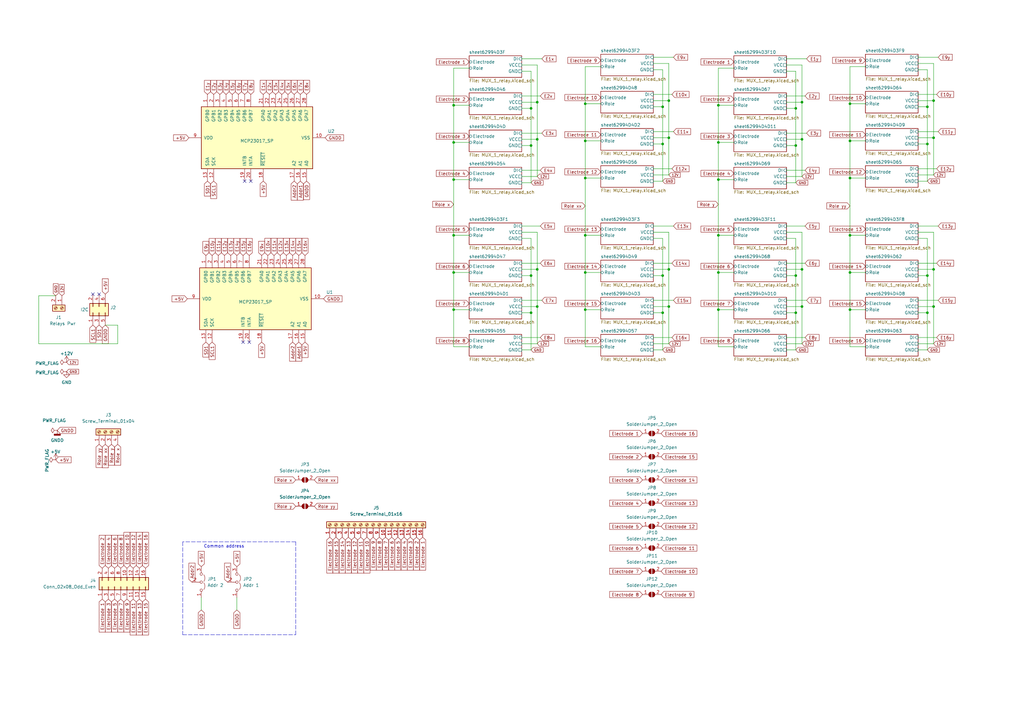
<source format=kicad_sch>
(kicad_sch (version 20211123) (generator eeschema)
  (paper "A3")
  (junction (at 380.365 43.815))
  (junction (at 186.055 73.66))
  (junction (at 217.805 59.69))
  (junction (at 240.03 127))
  (junction (at 348.615 111.76))
  (junction (at 220.345 57.15))
  (junction (at 274.32 41.275))
  (junction (at 186.055 111.76))
  (junction (at 217.805 128.27))
  (junction (at 271.78 113.03))
  (junction (at 240.03 42.545))
  (junction (at 326.39 113.03))
  (junction (at 217.805 113.03))
  (junction (at 328.93 41.91))
  (junction (at 382.905 110.49))
  (junction (at 186.055 43.18))
  (junction (at 380.365 128.27))
  (junction (at 294.64 111.76))
  (junction (at 348.615 57.785))
  (junction (at 186.055 127))
  (junction (at 186.055 58.42))
  (junction (at 220.345 125.73))
  (junction (at 274.32 110.49))
  (junction (at 328.93 57.15))
  (junction (at 382.905 125.73))
  (junction (at 382.905 56.515))
  (junction (at 274.32 56.515))
  (junction (at 240.03 73.025))
  (junction (at 220.345 110.49))
  (junction (at 274.32 125.73))
  (junction (at 240.03 111.76))
  (junction (at 240.03 96.52))
  (junction (at 294.64 96.52))
  (junction (at 294.64 58.42))
  (junction (at 328.93 125.73))
  (junction (at 326.39 59.69))
  (junction (at 326.39 44.45))
  (junction (at 240.03 57.785))
  (junction (at 348.615 96.52))
  (junction (at 328.93 110.49))
  (junction (at 271.78 43.815))
  (junction (at 294.64 127))
  (junction (at 217.805 44.45))
  (junction (at 220.345 41.91))
  (junction (at 348.615 73.025))
  (junction (at 380.365 113.03))
  (junction (at 186.055 96.52))
  (junction (at 380.365 59.055))
  (junction (at 294.64 73.66))
  (junction (at 382.905 41.275))
  (junction (at 294.64 43.18))
  (junction (at 348.615 127))
  (junction (at 271.78 128.27))
  (junction (at 271.78 59.055))
  (junction (at 348.615 42.545))
  (junction (at 326.39 128.27))
  (no_connect (at 38.1 120.65))
  (no_connect (at 40.64 120.65))
  (no_connect (at 102.235 140.335))
  (no_connect (at 99.695 140.335))
  (no_connect (at 102.87 74.295))
  (no_connect (at 100.33 74.295))
  (wire (pts (xy 326.39 128.27) (xy 326.39 143.51)))
  (wire (pts (xy 240.03 127) (xy 240.03 142.24)))
  (wire (pts (xy 376.555 26.035) (xy 382.905 26.035)))
  (wire (pts (xy 186.055 96.52) (xy 192.405 96.52)))
  (wire (pts (xy 267.97 28.575) (xy 271.78 28.575)))
  (wire (pts (xy 267.97 92.71) (xy 276.225 92.71)))
  (wire (pts (xy 274.32 56.515) (xy 274.32 71.755)))
  (wire (pts (xy 328.93 26.67) (xy 328.93 41.91)))
  (wire (pts (xy 213.995 138.43) (xy 221.615 138.43)))
  (wire (pts (xy 267.97 43.815) (xy 271.78 43.815)))
  (wire (pts (xy 43.18 133.35) (xy 48.26 133.35)))
  (wire (pts (xy 240.03 42.545) (xy 246.38 42.545)))
  (wire (pts (xy 348.615 57.785) (xy 354.965 57.785)))
  (wire (pts (xy 328.93 57.15) (xy 328.93 72.39)))
  (wire (pts (xy 322.58 24.13) (xy 330.835 24.13)))
  (wire (pts (xy 220.345 57.15) (xy 220.345 72.39)))
  (wire (pts (xy 267.97 143.51) (xy 271.78 143.51)))
  (wire (pts (xy 376.555 128.27) (xy 380.365 128.27)))
  (wire (pts (xy 322.58 143.51) (xy 326.39 143.51)))
  (wire (pts (xy 48.26 140.97) (xy 15.875 140.97)))
  (wire (pts (xy 267.97 125.73) (xy 274.32 125.73)))
  (wire (pts (xy 267.97 140.97) (xy 274.32 140.97)))
  (wire (pts (xy 274.32 125.73) (xy 274.32 140.97)))
  (wire (pts (xy 267.97 23.495) (xy 276.225 23.495)))
  (wire (pts (xy 186.055 58.42) (xy 192.405 58.42)))
  (wire (pts (xy 240.03 96.52) (xy 246.38 96.52)))
  (wire (pts (xy 376.555 28.575) (xy 380.365 28.575)))
  (wire (pts (xy 220.345 110.49) (xy 220.345 125.73)))
  (wire (pts (xy 274.32 110.49) (xy 274.32 125.73)))
  (wire (pts (xy 267.97 53.975) (xy 276.225 53.975)))
  (wire (pts (xy 322.58 54.61) (xy 330.835 54.61)))
  (wire (pts (xy 376.555 95.25) (xy 382.905 95.25)))
  (wire (pts (xy 380.365 28.575) (xy 380.365 43.815)))
  (wire (pts (xy 15.875 140.97) (xy 15.875 121.285)))
  (wire (pts (xy 322.58 138.43) (xy 330.2 138.43)))
  (wire (pts (xy 322.58 123.19) (xy 330.835 123.19)))
  (wire (pts (xy 186.055 127) (xy 192.405 127)))
  (polyline (pts (xy 74.93 222.25) (xy 74.93 260.35)))
  (wire (pts (xy 186.055 111.76) (xy 186.055 127)))
  (wire (pts (xy 240.03 42.545) (xy 240.03 27.305)))
  (wire (pts (xy 348.615 73.025) (xy 348.615 96.52)))
  (wire (pts (xy 213.995 92.71) (xy 221.615 92.71)))
  (wire (pts (xy 348.615 127) (xy 348.615 142.24)))
  (wire (pts (xy 322.58 72.39) (xy 328.93 72.39)))
  (wire (pts (xy 97.155 245.11) (xy 97.155 250.19)))
  (wire (pts (xy 240.03 142.24) (xy 246.38 142.24)))
  (wire (pts (xy 267.97 59.055) (xy 271.78 59.055)))
  (wire (pts (xy 213.995 41.91) (xy 220.345 41.91)))
  (wire (pts (xy 186.055 58.42) (xy 186.055 43.18)))
  (wire (pts (xy 213.995 95.25) (xy 220.345 95.25)))
  (wire (pts (xy 213.995 143.51) (xy 217.805 143.51)))
  (wire (pts (xy 240.03 111.76) (xy 246.38 111.76)))
  (wire (pts (xy 322.58 41.91) (xy 328.93 41.91)))
  (wire (pts (xy 48.26 133.35) (xy 48.26 140.97)))
  (wire (pts (xy 267.97 107.95) (xy 275.59 107.95)))
  (wire (pts (xy 348.615 73.025) (xy 354.965 73.025)))
  (wire (pts (xy 376.555 23.495) (xy 384.81 23.495)))
  (wire (pts (xy 294.64 142.24) (xy 300.99 142.24)))
  (wire (pts (xy 322.58 57.15) (xy 328.93 57.15)))
  (wire (pts (xy 348.615 57.785) (xy 348.615 73.025)))
  (wire (pts (xy 186.055 73.66) (xy 192.405 73.66)))
  (wire (pts (xy 328.93 110.49) (xy 328.93 125.73)))
  (wire (pts (xy 213.995 24.13) (xy 222.25 24.13)))
  (wire (pts (xy 217.805 97.79) (xy 217.805 113.03)))
  (wire (pts (xy 328.93 125.73) (xy 328.93 140.97)))
  (wire (pts (xy 294.64 58.42) (xy 300.99 58.42)))
  (wire (pts (xy 322.58 44.45) (xy 326.39 44.45)))
  (wire (pts (xy 380.365 113.03) (xy 380.365 128.27)))
  (polyline (pts (xy 74.93 260.35) (xy 121.285 260.35)))
  (wire (pts (xy 240.03 111.76) (xy 240.03 96.52)))
  (polyline (pts (xy -0.635 91.44) (xy -233.045 91.44)))
  (wire (pts (xy 240.03 57.785) (xy 240.03 42.545)))
  (wire (pts (xy 322.58 125.73) (xy 328.93 125.73)))
  (wire (pts (xy 217.805 29.21) (xy 217.805 44.45)))
  (wire (pts (xy 267.97 97.79) (xy 271.78 97.79)))
  (wire (pts (xy 348.615 111.76) (xy 354.965 111.76)))
  (polyline (pts (xy 121.285 260.35) (xy 121.285 222.25)))
  (wire (pts (xy 328.93 41.91) (xy 328.93 57.15)))
  (wire (pts (xy 213.995 123.19) (xy 222.25 123.19)))
  (wire (pts (xy 294.64 96.52) (xy 300.99 96.52)))
  (wire (pts (xy 322.58 59.69) (xy 326.39 59.69)))
  (wire (pts (xy 380.365 128.27) (xy 380.365 143.51)))
  (wire (pts (xy 213.995 74.93) (xy 217.805 74.93)))
  (wire (pts (xy 267.97 95.25) (xy 274.32 95.25)))
  (wire (pts (xy 267.97 128.27) (xy 271.78 128.27)))
  (wire (pts (xy 322.58 110.49) (xy 328.93 110.49)))
  (wire (pts (xy 376.555 92.71) (xy 384.81 92.71)))
  (wire (pts (xy 240.03 27.305) (xy 246.38 27.305)))
  (wire (pts (xy 376.555 107.95) (xy 384.175 107.95)))
  (wire (pts (xy 322.58 113.03) (xy 326.39 113.03)))
  (wire (pts (xy 322.58 107.95) (xy 330.2 107.95)))
  (wire (pts (xy 382.905 125.73) (xy 382.905 140.97)))
  (wire (pts (xy 326.39 59.69) (xy 326.39 74.93)))
  (wire (pts (xy 15.875 121.285) (xy 22.86 121.285)))
  (wire (pts (xy 271.78 113.03) (xy 271.78 128.27)))
  (wire (pts (xy 240.03 127) (xy 240.03 111.76)))
  (wire (pts (xy 213.995 72.39) (xy 220.345 72.39)))
  (wire (pts (xy 213.995 26.67) (xy 220.345 26.67)))
  (wire (pts (xy 213.995 54.61) (xy 222.25 54.61)))
  (wire (pts (xy 348.615 42.545) (xy 348.615 27.305)))
  (wire (pts (xy 326.39 113.03) (xy 326.39 128.27)))
  (wire (pts (xy 348.615 111.76) (xy 348.615 96.52)))
  (wire (pts (xy 376.555 140.97) (xy 382.905 140.97)))
  (wire (pts (xy 376.555 41.275) (xy 382.905 41.275)))
  (wire (pts (xy 376.555 138.43) (xy 384.175 138.43)))
  (wire (pts (xy 348.615 42.545) (xy 354.965 42.545)))
  (wire (pts (xy 376.555 123.19) (xy 384.81 123.19)))
  (wire (pts (xy 267.97 113.03) (xy 271.78 113.03)))
  (wire (pts (xy 82.55 245.11) (xy 82.55 250.19)))
  (wire (pts (xy 294.64 111.76) (xy 300.99 111.76)))
  (wire (pts (xy 326.39 97.79) (xy 326.39 113.03)))
  (wire (pts (xy 186.055 43.18) (xy 186.055 27.94)))
  (wire (pts (xy 294.64 27.94) (xy 300.99 27.94)))
  (wire (pts (xy 217.805 59.69) (xy 217.805 74.93)))
  (wire (pts (xy 213.995 39.37) (xy 221.615 39.37)))
  (wire (pts (xy 294.64 127) (xy 300.99 127)))
  (wire (pts (xy 294.64 43.18) (xy 300.99 43.18)))
  (wire (pts (xy 240.03 127) (xy 246.38 127)))
  (wire (pts (xy 267.97 123.19) (xy 276.225 123.19)))
  (wire (pts (xy 322.58 92.71) (xy 330.2 92.71)))
  (wire (pts (xy 271.78 59.055) (xy 271.78 74.295)))
  (wire (pts (xy 376.555 110.49) (xy 382.905 110.49)))
  (wire (pts (xy 322.58 74.93) (xy 326.39 74.93)))
  (wire (pts (xy 213.995 69.85) (xy 221.615 69.85)))
  (wire (pts (xy 376.555 53.975) (xy 384.81 53.975)))
  (wire (pts (xy 322.58 39.37) (xy 330.2 39.37)))
  (wire (pts (xy 186.055 127) (xy 186.055 142.24)))
  (wire (pts (xy 267.97 38.735) (xy 275.59 38.735)))
  (wire (pts (xy 220.345 26.67) (xy 220.345 41.91)))
  (wire (pts (xy 322.58 29.21) (xy 326.39 29.21)))
  (wire (pts (xy 274.32 26.035) (xy 274.32 41.275)))
  (wire (pts (xy 382.905 56.515) (xy 382.905 71.755)))
  (wire (pts (xy 213.995 97.79) (xy 217.805 97.79)))
  (wire (pts (xy 267.97 110.49) (xy 274.32 110.49)))
  (wire (pts (xy 271.78 128.27) (xy 271.78 143.51)))
  (wire (pts (xy 213.995 107.95) (xy 221.615 107.95)))
  (wire (pts (xy 348.615 127) (xy 354.965 127)))
  (polyline (pts (xy 121.285 222.25) (xy 74.93 222.25)))
  (wire (pts (xy 376.555 59.055) (xy 380.365 59.055)))
  (wire (pts (xy 240.03 57.785) (xy 246.38 57.785)))
  (wire (pts (xy 186.055 111.76) (xy 186.055 96.52)))
  (wire (pts (xy 376.555 97.79) (xy 380.365 97.79)))
  (wire (pts (xy 240.03 73.025) (xy 240.03 96.52)))
  (wire (pts (xy 186.055 142.24) (xy 192.405 142.24)))
  (wire (pts (xy 217.805 113.03) (xy 217.805 128.27)))
  (wire (pts (xy 274.32 95.25) (xy 274.32 110.49)))
  (wire (pts (xy 220.345 41.91) (xy 220.345 57.15)))
  (wire (pts (xy 322.58 95.25) (xy 328.93 95.25)))
  (wire (pts (xy 322.58 128.27) (xy 326.39 128.27)))
  (wire (pts (xy 271.78 28.575) (xy 271.78 43.815)))
  (wire (pts (xy 348.615 142.24) (xy 354.965 142.24)))
  (wire (pts (xy 348.615 96.52) (xy 354.965 96.52)))
  (wire (pts (xy 186.055 73.66) (xy 186.055 96.52)))
  (wire (pts (xy 213.995 57.15) (xy 220.345 57.15)))
  (wire (pts (xy 376.555 69.215) (xy 384.175 69.215)))
  (wire (pts (xy 382.905 41.275) (xy 382.905 56.515)))
  (wire (pts (xy 213.995 59.69) (xy 217.805 59.69)))
  (wire (pts (xy 376.555 56.515) (xy 382.905 56.515)))
  (wire (pts (xy 220.345 95.25) (xy 220.345 110.49)))
  (wire (pts (xy 213.995 125.73) (xy 220.345 125.73)))
  (wire (pts (xy 274.32 41.275) (xy 274.32 56.515)))
  (wire (pts (xy 322.58 140.97) (xy 328.93 140.97)))
  (wire (pts (xy 213.995 29.21) (xy 217.805 29.21)))
  (wire (pts (xy 240.03 57.785) (xy 240.03 73.025)))
  (wire (pts (xy 294.64 58.42) (xy 294.64 73.66)))
  (wire (pts (xy 382.905 26.035) (xy 382.905 41.275)))
  (wire (pts (xy 213.995 113.03) (xy 217.805 113.03)))
  (wire (pts (xy 240.03 73.025) (xy 246.38 73.025)))
  (wire (pts (xy 322.58 26.67) (xy 328.93 26.67)))
  (wire (pts (xy 294.64 127) (xy 294.64 142.24)))
  (wire (pts (xy 382.905 95.25) (xy 382.905 110.49)))
  (wire (pts (xy 220.345 125.73) (xy 220.345 140.97)))
  (wire (pts (xy 271.78 43.815) (xy 271.78 59.055)))
  (wire (pts (xy 376.555 43.815) (xy 380.365 43.815)))
  (wire (pts (xy 382.905 110.49) (xy 382.905 125.73)))
  (wire (pts (xy 380.365 97.79) (xy 380.365 113.03)))
  (wire (pts (xy 267.97 71.755) (xy 274.32 71.755)))
  (wire (pts (xy 376.555 113.03) (xy 380.365 113.03)))
  (wire (pts (xy 348.615 127) (xy 348.615 111.76)))
  (wire (pts (xy 267.97 41.275) (xy 274.32 41.275)))
  (wire (pts (xy 376.555 74.295) (xy 380.365 74.295)))
  (wire (pts (xy 267.97 69.215) (xy 275.59 69.215)))
  (wire (pts (xy 213.995 110.49) (xy 220.345 110.49)))
  (wire (pts (xy 376.555 71.755) (xy 382.905 71.755)))
  (wire (pts (xy 267.97 56.515) (xy 274.32 56.515)))
  (wire (pts (xy 348.615 57.785) (xy 348.615 42.545)))
  (wire (pts (xy 213.995 128.27) (xy 217.805 128.27)))
  (wire (pts (xy 322.58 69.85) (xy 330.2 69.85)))
  (wire (pts (xy 217.805 128.27) (xy 217.805 143.51)))
  (wire (pts (xy 213.995 140.97) (xy 220.345 140.97)))
  (wire (pts (xy 326.39 29.21) (xy 326.39 44.45)))
  (wire (pts (xy 376.555 143.51) (xy 380.365 143.51)))
  (wire (pts (xy 267.97 74.295) (xy 271.78 74.295)))
  (wire (pts (xy 380.365 43.815) (xy 380.365 59.055)))
  (wire (pts (xy 217.805 44.45) (xy 217.805 59.69)))
  (wire (pts (xy 267.97 26.035) (xy 274.32 26.035)))
  (wire (pts (xy 322.58 97.79) (xy 326.39 97.79)))
  (wire (pts (xy 294.64 73.66) (xy 294.64 96.52)))
  (wire (pts (xy 376.555 125.73) (xy 382.905 125.73)))
  (wire (pts (xy 271.78 97.79) (xy 271.78 113.03)))
  (wire (pts (xy 294.64 111.76) (xy 294.64 127)))
  (wire (pts (xy 326.39 44.45) (xy 326.39 59.69)))
  (wire (pts (xy 294.64 111.76) (xy 294.64 96.52)))
  (wire (pts (xy 294.64 58.42) (xy 294.64 43.18)))
  (wire (pts (xy 348.615 27.305) (xy 354.965 27.305)))
  (wire (pts (xy 294.64 73.66) (xy 300.99 73.66)))
  (wire (pts (xy 294.64 43.18) (xy 294.64 27.94)))
  (wire (pts (xy 213.995 44.45) (xy 217.805 44.45)))
  (wire (pts (xy 267.97 138.43) (xy 275.59 138.43)))
  (wire (pts (xy 186.055 27.94) (xy 192.405 27.94)))
  (wire (pts (xy 380.365 59.055) (xy 380.365 74.295)))
  (wire (pts (xy 328.93 95.25) (xy 328.93 110.49)))
  (wire (pts (xy 186.055 111.76) (xy 192.405 111.76)))
  (wire (pts (xy 186.055 58.42) (xy 186.055 73.66)))
  (wire (pts (xy 186.055 43.18) (xy 192.405 43.18)))
  (wire (pts (xy 376.555 38.735) (xy 384.175 38.735)))
  (text "Common address" (at 83.566 224.917 0) (effects (font (size 1.27 1.27)) (justify left bottom)))
  (global_label "+5V" (shape input) (at 76.835 122.555 180) (property "Intersheet References" "${INTERSHEET_REFS}" (effects hide)))
  (global_label "E15y" (shape input) (at 99.695 104.775 90) (property "Intersheet References" "${INTERSHEET_REFS}" (effects hide)))
  (global_label "+5V" (shape input) (at 107.315 140.335 270) (property "Intersheet References" "${INTERSHEET_REFS}" (effects hide)))
  (global_label "E1y" (shape input) (at 330.835 24.13 0) (property "Intersheet References" "${INTERSHEET_REFS}" (effects hide)))
  (global_label "Electrode 15" (shape input) (at 59.69 245.745 270) (property "Intersheet References" "${INTERSHEET_REFS}" (effects hide)))
  (global_label "Electrode 2" (shape input) (at 300.99 40.64 180) (property "Intersheet References" "${INTERSHEET_REFS}" (effects hide)))
  (global_label "+5V" (shape input) (at 97.155 232.41 90) (property "Intersheet References" "${INTERSHEET_REFS}" (effects hide)))
  (global_label "12V" (shape input) (at 220.345 72.39 0) (effects (font (size 1 1))) (property "Intersheet References" "${INTERSHEET_REFS}" (effects hide)))
  (global_label "E5y" (shape input) (at 330.2 92.71 0) (property "Intersheet References" "${INTERSHEET_REFS}" (effects hide)))
  (global_label "E15x" (shape input) (at 276.225 123.19 0) (property "Intersheet References" "${INTERSHEET_REFS}" (effects hide)))
  (global_label "Electrode 14" (shape input) (at 57.15 233.045 90) (property "Intersheet References" "${INTERSHEET_REFS}" (effects hide)))
  (global_label "Electrode 4" (shape input) (at 263.525 206.375 180) (property "Intersheet References" "${INTERSHEET_REFS}" (effects hide)))
  (global_label "E6x" (shape input) (at 120.65 38.735 90) (property "Intersheet References" "${INTERSHEET_REFS}" (effects hide)))
  (global_label "Electrode 12" (shape input) (at 246.38 70.485 180) (property "Intersheet References" "${INTERSHEET_REFS}" (effects hide)))
  (global_label "Electrode 13" (shape input) (at 142.875 220.345 270) (property "Intersheet References" "${INTERSHEET_REFS}" (effects hide)))
  (global_label "SD1" (shape input) (at 40.64 133.35 270) (property "Intersheet References" "${INTERSHEET_REFS}" (effects hide)))
  (global_label "Electrode 7" (shape input) (at 158.115 220.345 270) (property "Intersheet References" "${INTERSHEET_REFS}" (effects hide)))
  (global_label "Electrode 12" (shape input) (at 54.61 233.045 90) (property "Intersheet References" "${INTERSHEET_REFS}" (effects hide)))
  (global_label "SCL1" (shape input) (at 38.1 133.35 270) (property "Intersheet References" "${INTERSHEET_REFS}" (effects hide)))
  (global_label "GNDD" (shape input) (at 43.18 133.35 270) (property "Intersheet References" "${INTERSHEET_REFS}" (effects hide)))
  (global_label "E3y" (shape input) (at 330.835 54.61 0) (property "Intersheet References" "${INTERSHEET_REFS}" (effects hide)))
  (global_label "Electrode 4" (shape input) (at 44.45 233.045 90) (property "Intersheet References" "${INTERSHEET_REFS}" (effects hide)))
  (global_label "E6y" (shape input) (at 97.79 38.735 90) (property "Intersheet References" "${INTERSHEET_REFS}" (effects hide)))
  (global_label "Electrode 11" (shape input) (at 147.955 220.345 270) (property "Intersheet References" "${INTERSHEET_REFS}" (effects hide)))
  (global_label "E15y" (shape input) (at 384.81 123.19 0) (property "Intersheet References" "${INTERSHEET_REFS}" (effects hide)))
  (global_label "Electrode 7" (shape input) (at 192.405 124.46 180) (property "Intersheet References" "${INTERSHEET_REFS}" (effects hide)))
  (global_label "Electrode 16" (shape input) (at 135.255 220.345 270) (property "Intersheet References" "${INTERSHEET_REFS}" (effects hide)))
  (global_label "Role yy" (shape input) (at 40.64 182.245 270) (property "Intersheet References" "${INTERSHEET_REFS}" (effects hide)))
  (global_label "12V" (shape input) (at 328.93 72.39 0) (effects (font (size 1 1))) (property "Intersheet References" "${INTERSHEET_REFS}" (effects hide)))
  (global_label "E14y" (shape input) (at 384.175 107.95 0) (property "Intersheet References" "${INTERSHEET_REFS}" (effects hide)))
  (global_label "E7x" (shape input) (at 222.25 123.19 0) (property "Intersheet References" "${INTERSHEET_REFS}" (effects hide)))
  (global_label "E4x" (shape input) (at 115.57 38.735 90) (property "Intersheet References" "${INTERSHEET_REFS}" (effects hide)))
  (global_label "Electrode 1" (shape input) (at 173.355 220.345 270) (property "Intersheet References" "${INTERSHEET_REFS}" (effects hide)))
  (global_label "Electrode 12" (shape input) (at 271.145 215.9 0) (property "Intersheet References" "${INTERSHEET_REFS}" (effects hide)))
  (global_label "E10y" (shape input) (at 86.995 104.775 90) (property "Intersheet References" "${INTERSHEET_REFS}" (effects hide)))
  (global_label "Electrode 16" (shape input) (at 59.69 233.045 90) (property "Intersheet References" "${INTERSHEET_REFS}" (effects hide)))
  (global_label "GND" (shape input) (at 326.39 74.93 0) (effects (font (size 1 1))) (property "Intersheet References" "${INTERSHEET_REFS}" (effects hide)))
  (global_label "Role y" (shape input) (at 45.72 182.245 270) (property "Intersheet References" "${INTERSHEET_REFS}" (effects hide)))
  (global_label "GND" (shape input) (at 217.805 74.93 0) (effects (font (size 1 1))) (property "Intersheet References" "${INTERSHEET_REFS}" (effects hide)))
  (global_label "Electrode 5" (shape input) (at 46.99 245.745 270) (property "Intersheet References" "${INTERSHEET_REFS}" (effects hide)))
  (global_label "12V" (shape input) (at 274.32 140.97 0) (effects (font (size 1 1))) (property "Intersheet References" "${INTERSHEET_REFS}" (effects hide)))
  (global_label "E9x" (shape input) (at 276.225 23.495 0) (property "Intersheet References" "${INTERSHEET_REFS}" (effects hide)))
  (global_label "Electrode 14" (shape input) (at 140.335 220.345 270) (property "Intersheet References" "${INTERSHEET_REFS}" (effects hide)))
  (global_label "Electrode 5" (shape input) (at 192.405 93.98 180) (property "Intersheet References" "${INTERSHEET_REFS}" (effects hide)))
  (global_label "Electrode 5" (shape input) (at 163.195 220.345 270) (property "Intersheet References" "${INTERSHEET_REFS}" (effects hide)))
  (global_label "Electrode 5" (shape input) (at 263.525 215.9 180) (property "Intersheet References" "${INTERSHEET_REFS}" (effects hide)))
  (global_label "GND" (shape input) (at 380.365 74.295 0) (effects (font (size 1 1))) (property "Intersheet References" "${INTERSHEET_REFS}" (effects hide)))
  (global_label "E7y" (shape input) (at 330.835 123.19 0) (property "Intersheet References" "${INTERSHEET_REFS}" (effects hide)))
  (global_label "E12y" (shape input) (at 92.075 104.775 90) (property "Intersheet References" "${INTERSHEET_REFS}" (effects hide)))
  (global_label "E10y" (shape input) (at 384.175 38.735 0) (property "Intersheet References" "${INTERSHEET_REFS}" (effects hide)))
  (global_label "Electrode 1" (shape input) (at 263.525 177.8 180) (property "Intersheet References" "${INTERSHEET_REFS}" (effects hide)))
  (global_label "E6y" (shape input) (at 330.2 107.95 0) (property "Intersheet References" "${INTERSHEET_REFS}" (effects hide)))
  (global_label "E14x" (shape input) (at 120.015 104.775 90) (property "Intersheet References" "${INTERSHEET_REFS}" (effects hide)))
  (global_label "E11y" (shape input) (at 384.81 53.975 0) (property "Intersheet References" "${INTERSHEET_REFS}" (effects hide)))
  (global_label "Electrode 9" (shape input) (at 153.035 220.345 270) (property "Intersheet References" "${INTERSHEET_REFS}" (effects hide)))
  (global_label "E7x" (shape input) (at 123.19 38.735 90) (property "Intersheet References" "${INTERSHEET_REFS}" (effects hide)))
  (global_label "E16y" (shape input) (at 384.175 138.43 0) (property "Intersheet References" "${INTERSHEET_REFS}" (effects hide)))
  (global_label "E8x" (shape input) (at 125.73 38.735 90) (property "Intersheet References" "${INTERSHEET_REFS}" (effects hide)))
  (global_label "Role xx" (shape input) (at 128.905 196.85 0) (property "Intersheet References" "${INTERSHEET_REFS}" (effects hide)))
  (global_label "Electrode 10" (shape input) (at 150.495 220.345 270) (property "Intersheet References" "${INTERSHEET_REFS}" (effects hide)))
  (global_label "Electrode 4" (shape input) (at 192.405 71.12 180) (property "Intersheet References" "${INTERSHEET_REFS}" (effects hide)))
  (global_label "Electrode 2" (shape input) (at 263.525 187.325 180) (property "Intersheet References" "${INTERSHEET_REFS}" (effects hide)))
  (global_label "Electrode 5" (shape input) (at 300.99 93.98 180) (property "Intersheet References" "${INTERSHEET_REFS}" (effects hide)))
  (global_label "Electrode 13" (shape input) (at 271.145 206.375 0) (property "Intersheet References" "${INTERSHEET_REFS}" (effects hide)))
  (global_label "Electrode 3" (shape input) (at 44.45 245.745 270) (property "Intersheet References" "${INTERSHEET_REFS}" (effects hide)))
  (global_label "+5V" (shape input) (at 82.55 232.41 90) (property "Intersheet References" "${INTERSHEET_REFS}" (effects hide)))
  (global_label "E16x" (shape input) (at 275.59 138.43 0) (property "Intersheet References" "${INTERSHEET_REFS}" (effects hide)))
  (global_label "E5x" (shape input) (at 118.11 38.735 90) (property "Intersheet References" "${INTERSHEET_REFS}" (effects hide)))
  (global_label "GND" (shape input) (at 217.805 143.51 0) (effects (font (size 1 1))) (property "Intersheet References" "${INTERSHEET_REFS}" (effects hide)))
  (global_label "Electrode 10" (shape input) (at 246.38 40.005 180) (property "Intersheet References" "${INTERSHEET_REFS}" (effects hide)))
  (global_label "E1x" (shape input) (at 107.95 38.735 90) (property "Intersheet References" "${INTERSHEET_REFS}" (effects hide)))
  (global_label "Electrode 9" (shape input) (at 52.07 245.745 270) (property "Intersheet References" "${INTERSHEET_REFS}" (effects hide)))
  (global_label "Electrode 16" (shape input) (at 354.965 139.7 180) (property "Intersheet References" "${INTERSHEET_REFS}" (effects hide)))
  (global_label "12V" (shape input) (at 382.905 140.97 0) (effects (font (size 1 1))) (property "Intersheet References" "${INTERSHEET_REFS}" (effects hide)))
  (global_label "Electrode 9" (shape input) (at 246.38 24.765 180) (property "Intersheet References" "${INTERSHEET_REFS}" (effects hide)))
  (global_label "E8y" (shape input) (at 102.87 38.735 90) (property "Intersheet References" "${INTERSHEET_REFS}" (effects hide)))
  (global_label "Electrode 6" (shape input) (at 160.655 220.345 270) (property "Intersheet References" "${INTERSHEET_REFS}" (effects hide)))
  (global_label "Electrode 12" (shape input) (at 145.415 220.345 270) (property "Intersheet References" "${INTERSHEET_REFS}" (effects hide)))
  (global_label "12V" (shape input) (at 382.905 71.755 0) (effects (font (size 1 1))) (property "Intersheet References" "${INTERSHEET_REFS}" (effects hide)))
  (global_label "E16x" (shape input) (at 125.095 104.775 90) (property "Intersheet References" "${INTERSHEET_REFS}" (effects hide)))
  (global_label "E12x" (shape input) (at 275.59 69.215 0) (property "Intersheet References" "${INTERSHEET_REFS}" (effects hide)))
  (global_label "E2y" (shape input) (at 330.2 39.37 0) (property "Intersheet References" "${INTERSHEET_REFS}" (effects hide)))
  (global_label "E9y" (shape input) (at 384.81 23.495 0) (property "Intersheet References" "${INTERSHEET_REFS}" (effects hide)))
  (global_label "E11y" (shape input) (at 89.535 104.775 90) (property "Intersheet References" "${INTERSHEET_REFS}" (effects hide)))
  (global_label "Electrode 6" (shape input) (at 263.525 224.79 180) (property "Intersheet References" "${INTERSHEET_REFS}" (effects hide)))
  (global_label "+5V" (shape input) (at 125.095 140.335 270) (property "Intersheet References" "${INTERSHEET_REFS}" (effects hide)))
  (global_label "E5x" (shape input) (at 221.615 92.71 0) (property "Intersheet References" "${INTERSHEET_REFS}" (effects hide)))
  (global_label "GNDD" (shape input) (at 23.495 176.53 0) (property "Intersheet References" "${INTERSHEET_REFS}" (effects hide)))
  (global_label "Electrode 13" (shape input) (at 354.965 93.98 180) (property "Intersheet References" "${INTERSHEET_REFS}" (effects hide)))
  (global_label "Role x" (shape input) (at 186.055 83.82 180) (property "Intersheet References" "${INTERSHEET_REFS}" (effects hide)))
  (global_label "E3y" (shape input) (at 90.17 38.735 90) (property "Intersheet References" "${INTERSHEET_REFS}" (effects hide)))
  (global_label "Electrode 1" (shape input) (at 41.91 245.745 270) (property "Intersheet References" "${INTERSHEET_REFS}" (effects hide)))
  (global_label "Electrode 3" (shape input) (at 300.99 55.88 180) (property "Intersheet References" "${INTERSHEET_REFS}" (effects hide)))
  (global_label "E12y" (shape input) (at 384.175 69.215 0) (property "Intersheet References" "${INTERSHEET_REFS}" (effects hide)))
  (global_label "Role x" (shape input) (at 121.285 196.85 180) (property "Intersheet References" "${INTERSHEET_REFS}" (effects hide)))
  (global_label "SCL1" (shape input) (at 86.995 140.335 270) (property "Intersheet References" "${INTERSHEET_REFS}" (effects hide)))
  (global_label "Electrode 1" (shape input) (at 300.99 25.4 180) (property "Intersheet References" "${INTERSHEET_REFS}" (effects hide)))
  (global_label "Electrode 13" (shape input) (at 246.38 93.98 180) (property "Intersheet References" "${INTERSHEET_REFS}" (effects hide)))
  (global_label "12V" (shape input) (at 220.345 140.97 0) (effects (font (size 1 1))) (property "Intersheet References" "${INTERSHEET_REFS}" (effects hide)))
  (global_label "E4x" (shape input) (at 221.615 69.85 0) (property "Intersheet References" "${INTERSHEET_REFS}" (effects hide)))
  (global_label "E6x" (shape input) (at 221.615 107.95 0) (property "Intersheet References" "${INTERSHEET_REFS}" (effects hide)))
  (global_label "Electrode 3" (shape input) (at 192.405 55.88 180) (property "Intersheet References" "${INTERSHEET_REFS}" (effects hide)))
  (global_label "+5V" (shape input) (at 77.47 56.515 180) (property "Intersheet References" "${INTERSHEET_REFS}" (effects hide)))
  (global_label "Role xx" (shape input) (at 43.18 182.245 270) (property "Intersheet References" "${INTERSHEET_REFS}" (effects hide)))
  (global_label "E12x" (shape input) (at 114.935 104.775 90) (property "Intersheet References" "${INTERSHEET_REFS}" (effects hide)))
  (global_label "Electrode 7" (shape input) (at 263.525 234.315 180) (property "Intersheet References" "${INTERSHEET_REFS}" (effects hide)))
  (global_label "Electrode 14" (shape input) (at 271.145 196.85 0) (property "Intersheet References" "${INTERSHEET_REFS}" (effects hide)))
  (global_label "Electrode 9" (shape input) (at 354.965 24.765 180) (property "Intersheet References" "${INTERSHEET_REFS}" (effects hide)))
  (global_label "Addr2" (shape input) (at 120.015 140.335 270) (property "Intersheet References" "${INTERSHEET_REFS}" (effects hide)))
  (global_label "Electrode 8" (shape input) (at 49.53 233.045 90) (property "Intersheet References" "${INTERSHEET_REFS}" (effects hide)))
  (global_label "Addr2" (shape input) (at 120.65 74.295 270) (property "Intersheet References" "${INTERSHEET_REFS}" (effects hide)))
  (global_label "E2x" (shape input) (at 110.49 38.735 90) (property "Intersheet References" "${INTERSHEET_REFS}" (effects hide)))
  (global_label "Electrode 8" (shape input) (at 300.99 139.7 180) (property "Intersheet References" "${INTERSHEET_REFS}" (effects hide)))
  (global_label "E15x" (shape input) (at 122.555 104.775 90) (property "Intersheet References" "${INTERSHEET_REFS}" (effects hide)))
  (global_label "E10x" (shape input) (at 109.855 104.775 90) (property "Intersheet References" "${INTERSHEET_REFS}" (effects hide)))
  (global_label "E11x" (shape input) (at 276.225 53.975 0) (property "Intersheet References" "${INTERSHEET_REFS}" (effects hide)))
  (global_label "Electrode 10" (shape input) (at 354.965 40.005 180) (property "Intersheet References" "${INTERSHEET_REFS}" (effects hide)))
  (global_label "12V" (shape input) (at 27.305 148.59 0) (effects (font (size 1 1))) (property "Intersheet References" "${INTERSHEET_REFS}" (effects hide)))
  (global_label "E14y" (shape input) (at 97.155 104.775 90) (property "Intersheet References" "${INTERSHEET_REFS}" (effects hide)))
  (global_label "GND" (shape input) (at 380.365 143.51 0) (effects (font (size 1 1))) (property "Intersheet References" "${INTERSHEET_REFS}" (effects hide)))
  (global_label "Electrode 3" (shape input) (at 263.525 196.85 180) (property "Intersheet References" "${INTERSHEET_REFS}" (effects hide)))
  (global_label "Electrode 4" (shape input) (at 165.735 220.345 270) (property "Intersheet References" "${INTERSHEET_REFS}" (effects hide)))
  (global_label "Electrode 11" (shape input) (at 354.965 55.245 180) (property "Intersheet References" "${INTERSHEET_REFS}" (effects hide)))
  (global_label "Electrode 10" (shape input) (at 52.07 233.045 90) (property "Intersheet References" "${INTERSHEET_REFS}" (effects hide)))
  (global_label "Electrode 8" (shape input) (at 155.575 220.345 270) (property "Intersheet References" "${INTERSHEET_REFS}" (effects hide)))
  (global_label "Electrode 6" (shape input) (at 46.99 233.045 90) (property "Intersheet References" "${INTERSHEET_REFS}" (effects hide)))
  (global_label "E3x" (shape input) (at 222.25 54.61 0) (property "Intersheet References" "${INTERSHEET_REFS}" (effects hide)))
  (global_label "Electrode 6" (shape input) (at 192.405 109.22 180) (property "Intersheet References" "${INTERSHEET_REFS}" (effects hide)))
  (global_label "E7y" (shape input) (at 100.33 38.735 90) (property "Intersheet References" "${INTERSHEET_REFS}" (effects hide)))
  (global_label "Role yy" (shape input) (at 128.905 207.645 0) (property "Intersheet References" "${INTERSHEET_REFS}" (effects hide)))
  (global_label "E4y" (shape input) (at 330.2 69.85 0) (property "Intersheet References" "${INTERSHEET_REFS}" (effects hide)))
  (global_label "SD1" (shape input) (at 84.455 140.335 270) (property "Intersheet References" "${INTERSHEET_REFS}" (effects hide)))
  (global_label "GNDD" (shape input) (at 132.715 122.555 0) (property "Intersheet References" "${INTERSHEET_REFS}" (effects hide)))
  (global_label "Addr2" (shape input) (at 78.74 238.76 90) (property "Intersheet References" "${INTERSHEET_REFS}" (effects hide)))
  (global_label "Electrode 15" (shape input) (at 271.145 187.325 0) (property "Intersheet References" "${INTERSHEET_REFS}" (effects hide)))
  (global_label "SD1" (shape input) (at 85.09 74.295 270) (property "Intersheet References" "${INTERSHEET_REFS}" (effects hide)))
  (global_label "Electrode 9" (shape input) (at 271.145 243.84 0) (property "Intersheet References" "${INTERSHEET_REFS}" (effects hide)))
  (global_label "Electrode 15" (shape input) (at 246.38 124.46 180) (property "Intersheet References" "${INTERSHEET_REFS}" (effects hide)))
  (global_label "E1x" (shape input) (at 222.25 24.13 0) (property "Intersheet References" "${INTERSHEET_REFS}" (effects hide)))
  (global_label "E8x" (shape input) (at 221.615 138.43 0) (property "Intersheet References" "${INTERSHEET_REFS}" (effects hide)))
  (global_label "Addr1" (shape input) (at 122.555 140.335 270) (property "Intersheet References" "${INTERSHEET_REFS}" (effects hide)))
  (global_label "E13y" (shape input) (at 94.615 104.775 90) (property "Intersheet References" "${INTERSHEET_REFS}" (effects hide)))
  (global_label "Electrode 7" (shape input) (at 49.53 245.745 270) (property "Intersheet References" "${INTERSHEET_REFS}" (effects hide)))
  (global_label "E13x" (shape input) (at 276.225 92.71 0) (property "Intersheet References" "${INTERSHEET_REFS}" (effects hide)))
  (global_label "E3x" (shape input) (at 113.03 38.735 90) (property "Intersheet References" "${INTERSHEET_REFS}" (effects hide)))
  (global_label "12V" (shape input) (at 25.4 121.285 90) (effects (font (size 1 1))) (property "Intersheet References" "${INTERSHEET_REFS}" (effects hide)))
  (global_label "Electrode 14" (shape input) (at 354.965 109.22 180) (property "Intersheet References" "${INTERSHEET_REFS}" (effects hide)))
  (global_label "Addr1" (shape input) (at 123.19 74.295 270) (property "Intersheet References" "${INTERSHEET_REFS}" (effects hide)))
  (global_label "Electrode 2" (shape input) (at 170.815 220.345 270) (property "Intersheet References" "${INTERSHEET_REFS}" (effects hide)))
  (global_label "E4y" (shape input) (at 92.71 38.735 90) (property "Intersheet References" "${INTERSHEET_REFS}" (effects hide)))
  (global_label "Electrode 11" (shape input) (at 246.38 55.245 180) (property "Intersheet References" "${INTERSHEET_REFS}" (effects hide)))
  (global_label "GND" (shape input) (at 326.39 143.51 0) (effects (font (size 1 1))) (property "Intersheet References" "${INTERSHEET_REFS}" (effects hide)))
  (global_label "Electrode 11" (shape input) (at 54.61 245.745 270) (property "Intersheet References" "${INTERSHEET_REFS}" (effects hide)))
  (global_label "+5V" (shape input) (at 107.95 74.295 270) (property "Intersheet References" "${INTERSHEET_REFS}" (effects hide)))
  (global_label "Electrode 2" (shape input) (at 192.405 40.64 180) (property "Intersheet References" "${INTERSHEET_REFS}" (effects hide)))
  (global_label "GNDD" (shape input) (at 125.73 74.295 270) (property "Intersheet References" "${INTERSHEET_REFS}" (effects hide)))
  (global_label "E9x" (shape input) (at 107.315 104.775 90) (property "Intersheet References" "${INTERSHEET_REFS}" (effects hide)))
  (global_label "Electrode 8" (shape input) (at 263.525 243.84 180) (property "Intersheet References" "${INTERSHEET_REFS}" (effects hide)))
  (global_label "Addr1" (shape input) (at 93.345 238.76 90) (property "Intersheet References" "${INTERSHEET_REFS}" (effects hide)))
  (global_label "Electrode 8" (shape input) (at 192.405 139.7 180) (property "Intersheet References" "${INTERSHEET_REFS}" (effects hide)))
  (global_label "Electrode 7" (shape input) (at 300.99 124.46 180) (property "Intersheet References" "${INTERSHEET_REFS}" (effects hide)))
  (global_label "Electrode 6" (shape input) (at 300.99 109.22 180) (property "Intersheet References" "${INTERSHEET_REFS}" (effects hide)))
  (global_label "E13y" (shape input) (at 384.81 92.71 0) (property "Intersheet References" "${INTERSHEET_REFS}" (effects hide)))
  (global_label "Electrode 3" (shape input) (at 168.275 220.345 270) (property "Intersheet References" "${INTERSHEET_REFS}" (effects hide)))
  (global_label "Electrode 1" (shape input) (at 192.405 25.4 180) (property "Intersheet References" "${INTERSHEET_REFS}" (effects hide)))
  (global_label "E2x" (shape input) (at 221.615 39.37 0) (property "Intersheet References" "${INTERSHEET_REFS}" (effects hide)))
  (global_label "Electrode 15" (shape input) (at 137.795 220.345 270) (property "Intersheet References" "${INTERSHEET_REFS}" (effects hide)))
  (global_label "Electrode 13" (shape input) (at 57.15 245.745 270) (property "Intersheet References" "${INTERSHEET_REFS}" (effects hide)))
  (global_label "12V" (shape input) (at 274.32 71.755 0) (effects (font (size 1 1))) (property "Intersheet References" "${INTERSHEET_REFS}" (effects hide)))
  (global_label "Electrode 16" (shape input) (at 246.38 139.7 180) (property "Intersheet References" "${INTERSHEET_REFS}" (effects hide)))
  (global_label "Role y" (shape input) (at 121.285 207.645 180) (property "Intersheet References" "${INTERSHEET_REFS}" (effects hide)))
  (global_label "+5V" (shape input) (at 43.18 120.65 90) (property "Intersheet References" "${INTERSHEET_REFS}" (effects hide)))
  (global_label "SCL1" (shape input) (at 87.63 74.295 270) (property "Intersheet References" "${INTERSHEET_REFS}" (effects hide)))
  (global_label "E5y" (shape input) (at 95.25 38.735 90) (property "Intersheet References" "${INTERSHEET_REFS}" (effects hide)))
  (global_label "Electrode 12" (shape input) (at 354.965 70.485 180) (property "Intersheet References" "${INTERSHEET_REFS}" (effects hide)))
  (global_label "Role y" (shape input) (at 294.64 83.82 180) (property "Intersheet References" "${INTERSHEET_REFS}" (effects hide)))
  (global_label "E1y" (shape input) (at 85.09 38.735 90) (property "Intersheet References" "${INTERSHEET_REFS}" (effects hide)))
  (global_label "GND" (shape input) (at 22.86 121.285 90) (effects (font (size 1 1))) (property "Intersheet References" "${INTERSHEET_REFS}" (effects hide)))
  (global_label "E9y" (shape input) (at 84.455 104.775 90) (property "Intersheet References" "${INTERSHEET_REFS}" (effects hide)))
  (global_label "Electrode 4" (shape input) (at 300.99 71.12 180) (property "Intersheet References" "${INTERSHEET_REFS}" (effects hide)))
  (global_label "E14x" (shape input) (at 275.59 107.95 0) (property "Intersheet References" "${INTERSHEET_REFS}" (effects hide)))
  (global_label "+5V" (shape input) (at 22.86 188.595 0) (property "Intersheet References" "${INTERSHEET_REFS}" (effects hide)))
  (global_label "E2y" (shape input) (at 87.63 38.735 90) (property "Intersheet References" "${INTERSHEET_REFS}" (effects hide)))
  (global_label "GNDD" (shape input) (at 82.55 250.19 270) (property "Intersheet References" "${INTERSHEET_REFS}" (effects hide)))
  (global_label "GNDD" (shape input) (at 133.35 56.515 0) (property "Intersheet References" "${INTERSHEET_REFS}" (effects hide)))
  (global_label "Role yy" (shape input) (at 348.615 84.455 180) (property "Intersheet References" "${INTERSHEET_REFS}" (effects hide)))
  (global_label "Role x" (shape input) (at 48.26 182.245 270) (property "Intersheet References" "${INTERSHEET_REFS}" (effects hide)))
  (global_label "Electrode 2" (shape input) (at 41.91 233.045 90) (property "Intersheet References" "${INTERSHEET_REFS}" (effects hide)))
  (global_label "E11x" (shape input) (at 112.395 104.775 90) (property "Intersheet References" "${INTERSHEET_REFS}" (effects hide)))
  (global_label "Electrode 14" (shape input) (at 246.38 109.22 180) (property "Intersheet References" "${INTERSHEET_REFS}" (effects hide)))
  (global_label "GND" (shape input) (at 271.78 74.295 0) (effects (font (size 1 1))) (property "Intersheet References" "${INTERSHEET_REFS}" (effects hide)))
  (global_label "GNDD" (shape input) (at 97.155 250.19 270) (property "Intersheet References" "${INTERSHEET_REFS}" (effects hide)))
  (global_label "E8y" (shape input) (at 330.2 138.43 0) (property "Intersheet References" "${INTERSHEET_REFS}" (effects hide)))
  (global_label "GND" (shape input) (at 27.305 152.4 0) (effects (font (size 1 1))) (property "Intersheet References" "${INTERSHEET_REFS}" (effects hide)))
  (global_label "E13x" (shape input) (at 117.475 104.775 90) (property "Intersheet References" "${INTERSHEET_REFS}" (effects hide)))
  (global_label "Electrode 16" (shape input) (at 271.145 177.8 0) (property "Intersheet References" "${INTERSHEET_REFS}" (effects hide)))
  (global_label "GND" (shape input) (at 271.78 143.51 0) (effects (font (size 1 1))) (property "Intersheet References" "${INTERSHEET_REFS}" (effects hide)))
  (global_label "E10x" (shape input) (at 275.59 38.735 0) (property "Intersheet References" "${INTERSHEET_REFS}" (effects hide)))
  (global_label "Electrode 10" (shape input) (at 271.145 234.315 0) (property "Intersheet References" "${INTERSHEET_REFS}" (effects hide)))
  (global_label "Electrode 15" (shape input) (at 354.965 124.46 180) (property "Intersheet References" "${INTERSHEET_REFS}" (effects hide)))
  (global_label "12V" (shape input) (at 328.93 140.97 0) (effects (font (size 1 1))) (property "Intersheet References" "${INTERSHEET_REFS}" (effects hide)))
  (global_label "Role xx" (shape input) (at 240.03 84.455 180) (property "Intersheet References" "${INTERSHEET_REFS}" (effects hide)))
  (global_label "E16y" (shape input) (at 102.235 104.775 90) (property "Intersheet References" "${INTERSHEET_REFS}" (effects hide)))
  (global_label "Electrode 11" (shape input) (at 271.145 224.79 0) (property "Intersheet References" "${INTERSHEET_REFS}" (effects hide)))
  (symbol (lib_id "Connector_Generic:Conn_02x08_Odd_Even") (at 49.53 240.665 90) (unit 1)
    (property "Reference" "J4" (at 39.37 238.1249 90) (effects (justify left)))
    (property "Value" "Conn_02x08_Odd_Even" (at 39.37 240.6649 90) (effects (justify left)))
    (property "Footprint" "Connector_IDC:IDC-Header_2x08_P2.54mm_Vertical" (effects hide))
  )
  (symbol (lib_id "power:PWR_FLAG") (at 23.495 176.53 90) (mirror x) (unit 1)
    (property "Reference" "#FLG02" (effects hide))
    (property "Value" "PWR_FLAG" (at 22.225 172.466 90))
  )
  (symbol (lib_id "Jumper:Jumper_3_Open") (at 97.155 238.76 270) (mirror x) (unit 1)
    (property "Reference" "JP2" (at 99.695 237.4899 90) (effects (justify left)))
    (property "Value" "Addr 1" (at 99.695 240.0299 90) (effects (justify left)))
    (property "Footprint" "Connector_PinHeader_2.54mm:PinHeader_1x03_P2.54mm_Vertical" (effects hide))
  )
  (symbol (lib_id "Connector_Generic:Conn_02x03_Odd_Even") (at 40.64 128.27 90) (unit 1)
    (property "Reference" "J2" (at 45.212 126.1653 90) (effects (justify right)))
    (property "Value" "I2C" (at 33.02 127 90) (effects (justify right)))
    (property "Footprint" "Connector_IDC:IDC-Header_2x03_P2.54mm_Vertical" (effects hide))
  )
  (symbol (lib_id "Jumper:SolderJumper_2_Open") (at 267.335 243.84 0) (unit 1)
    (property "Reference" "JP12" (at 267.335 237.49 0))
    (property "Value" "SolderJumper_2_Open" (at 267.335 240.03 0))
    (property "Footprint" "Solder_jumper:Soder_jumper" (effects hide))
  )
  (symbol (lib_id "power:+12V") (at 27.305 148.59 0) (unit 1)
    (property "Reference" "#PWR03" (effects hide))
    (property "Value" "+12V" (at 27.305 145.0142 0))
  )
  (symbol (lib_id "Jumper:SolderJumper_2_Open") (at 267.335 177.8 0) (unit 1)
    (property "Reference" "JP5" (at 267.335 171.45 0))
    (property "Value" "SolderJumper_2_Open" (at 267.335 173.99 0))
    (property "Footprint" "Solder_jumper:Soder_jumper" (effects hide))
  )
  (symbol (lib_id "Connector:Screw_Terminal_01x04") (at 43.18 177.165 90) (unit 1)
    (property "Reference" "J3" (at 44.45 170.18 90))
    (property "Value" "Screw_Terminal_01x04" (at 44.45 172.72 90))
    (property "Footprint" "TerminalBlock_Phoenix:TerminalBlock_Phoenix_MKDS-1,5-5-5.08_1x05_P5.08mm_Horizontal" (effects hide))
  )
  (symbol (lib_id "power:PWR_FLAG") (at 27.305 148.59 90) (unit 1)
    (property "Reference" "#FLG03" (effects hide))
    (property "Value" "PWR_FLAG" (at 24.1301 149.0238 90) (effects (justify left)))
  )
  (symbol (lib_id "Jumper:SolderJumper_2_Open") (at 125.095 207.645 0) (unit 1)
    (property "Reference" "JP4" (at 125.095 201.295 0))
    (property "Value" "SolderJumper_2_Open" (at 125.095 203.835 0))
    (property "Footprint" "Solder_jumper:Soder_jumper" (effects hide))
  )
  (symbol (lib_id "Jumper:SolderJumper_2_Open") (at 267.335 187.325 0) (unit 1)
    (property "Reference" "JP6" (at 267.335 180.975 0))
    (property "Value" "SolderJumper_2_Open" (at 267.335 183.515 0))
    (property "Footprint" "Solder_jumper:Soder_jumper" (effects hide))
  )
  (symbol (lib_id "power:PWR_FLAG") (at 22.86 188.595 90) (unit 1)
    (property "Reference" "#FLG01" (effects hide))
    (property "Value" "PWR_FLAG" (at 19.3041 184.023 0) (effects (justify right)))
  )
  (symbol (lib_id "power:+5V") (at 22.86 188.595 0) (unit 1)
    (property "Reference" "#PWR01" (effects hide))
    (property "Value" "+5V" (at 20.701 185.2929 0) (effects (justify left)))
  )
  (symbol (lib_id "power:PWR_FLAG") (at 27.305 152.4 90) (unit 1)
    (property "Reference" "#FLG04" (effects hide))
    (property "Value" "PWR_FLAG" (at 24.1301 152.8338 90) (effects (justify left)))
  )
  (symbol (lib_id "Interface_Expansion:MCP23017_SP") (at 104.775 122.555 90) (unit 1)
    (property "Reference" "U1" (at 135.2195 119.8459 90))
    (property "Value" "MCP23017_SP" (at 104.775 123.825 90))
    (property "Footprint" "Package_DIP:DIP-28_W7.62mm" (effects hide))
    (property "Datasheet" "http://ww1.microchip.com/downloads/en/DeviceDoc/20001952C.pdf" (effects hide))
  )
  (symbol (lib_id "Jumper:SolderJumper_2_Open") (at 125.095 196.85 0) (unit 1)
    (property "Reference" "JP3" (at 125.095 190.5 0))
    (property "Value" "SolderJumper_2_Open" (at 125.095 193.04 0))
    (property "Footprint" "Solder_jumper:Soder_jumper" (effects hide))
  )
  (symbol (lib_id "Jumper:SolderJumper_2_Open") (at 267.335 224.79 0) (unit 1)
    (property "Reference" "JP10" (at 267.335 218.44 0))
    (property "Value" "SolderJumper_2_Open" (at 267.335 220.98 0))
    (property "Footprint" "Solder_jumper:Soder_jumper" (effects hide))
  )
  (symbol (lib_id "Connector:Screw_Terminal_01x02") (at 25.4 126.365 270) (unit 1)
    (property "Reference" "J1" (at 22.86 130.175 90) (effects (justify left)))
    (property "Value" "Relays Pwr" (at 20.32 132.715 90) (effects (justify left)))
    (property "Footprint" "TerminalBlock_Phoenix:TerminalBlock_Phoenix_MKDS-1,5-2-5.08_1x02_P5.08mm_Horizontal" (effects hide))
  )
  (symbol (lib_id "Jumper:SolderJumper_2_Open") (at 267.335 234.315 0) (unit 1)
    (property "Reference" "JP11" (at 267.335 227.965 0))
    (property "Value" "SolderJumper_2_Open" (at 267.335 230.505 0))
    (property "Footprint" "Solder_jumper:Soder_jumper" (effects hide))
  )
  (symbol (lib_id "Jumper:SolderJumper_2_Open") (at 267.335 215.9 0) (unit 1)
    (property "Reference" "JP9" (at 267.335 209.55 0))
    (property "Value" "SolderJumper_2_Open" (at 267.335 212.09 0))
    (property "Footprint" "Solder_jumper:Soder_jumper" (effects hide))
  )
  (symbol (lib_id "power:GNDD") (at 23.495 176.53 0) (mirror y) (unit 1)
    (property "Reference" "#PWR02" (effects hide))
    (property "Value" "GNDD" (at 23.495 180.5924 0))
  )
  (symbol (lib_id "Jumper:SolderJumper_2_Open") (at 267.335 206.375 0) (unit 1)
    (property "Reference" "JP8" (at 267.335 200.025 0))
    (property "Value" "SolderJumper_2_Open" (at 267.335 202.565 0))
    (property "Footprint" "Solder_jumper:Soder_jumper" (effects hide))
  )
  (symbol (lib_id "Jumper:SolderJumper_2_Open") (at 267.335 196.85 0) (unit 1)
    (property "Reference" "JP7" (at 267.335 190.5 0))
    (property "Value" "SolderJumper_2_Open" (at 267.335 193.04 0))
    (property "Footprint" "Solder_jumper:Soder_jumper" (effects hide))
  )
  (symbol (lib_id "power:GND") (at 27.305 152.4 0) (unit 1)
    (property "Reference" "#PWR04" (effects hide))
    (property "Value" "GND" (at 27.305 156.8434 0))
  )
  (symbol (lib_id "Connector:Screw_Terminal_01x16") (at 153.035 215.265 90) (unit 1)
    (property "Reference" "J5" (at 154.305 208.28 90))
    (property "Value" "Screw_Terminal_01x16" (at 154.305 210.82 90))
    (property "Footprint" "TerminalBlock_Phoenix:TerminalBlock_Phoenix_MKDS-1,5-16-5.08_1x16_P5.08mm_Horizontal" (effects hide))
  )
  (symbol (lib_id "Interface_Expansion:MCP23017_SP") (at 105.41 56.515 90) (unit 1)
    (property "Reference" "U2" (at 135.8545 53.8059 90))
    (property "Value" "MCP23017_SP" (at 105.41 57.785 90))
    (property "Footprint" "Package_DIP:DIP-28_W7.62mm" (effects hide))
    (property "Datasheet" "http://ww1.microchip.com/downloads/en/DeviceDoc/20001952C.pdf" (effects hide))
  )
  (symbol (lib_id "Jumper:Jumper_3_Open") (at 82.55 238.76 270) (mirror x) (unit 1)
    (property "Reference" "JP1" (at 85.09 237.4899 90) (effects (justify left)))
    (property "Value" "Addr 2" (at 85.09 240.0299 90) (effects (justify left)))
    (property "Footprint" "Connector_PinHeader_2.54mm:PinHeader_1x03_P2.54mm_Vertical" (effects hide))
  )
  (sheet (at 300.99 91.44) (size 21.59 8.89)
    (property "Sheet name" "sheet62994D3F11" (at 300.99 90.7284 0) (effects (justify left bottom)))
    (property "Sheet file" "MUX_1_relay.kicad_sch" (at 300.99 100.9146 0) (effects (justify left top)))
    (pin "VCC" passive (at 322.58 95.25 0))
    (pin "GND" passive (at 322.58 97.79 0))
    (pin "Electrode" bidirectional (at 300.99 93.98 180))
    (pin "Role" bidirectional (at 300.99 96.52 180))
    (pin "DI" input (at 322.58 92.71 0))
  )
  (sheet (at 354.965 91.44) (size 21.59 8.89)
    (property "Sheet name" "sheet62994D3F8" (at 354.965 90.7284 0) (effects (justify left bottom)))
    (property "Sheet file" "MUX_1_relay.kicad_sch" (at 354.965 100.9146 0) (effects (justify left top)))
    (pin "VCC" passive (at 376.555 95.25 0))
    (pin "GND" passive (at 376.555 97.79 0))
    (pin "Electrode" bidirectional (at 354.965 93.98 180))
    (pin "Role" bidirectional (at 354.965 96.52 180))
    (pin "DI" input (at 376.555 92.71 0))
  )
  (sheet (at 354.965 37.465) (size 21.59 8.89)
    (property "Sheet name" "sheet62994D64" (at 354.965 36.7534 0) (effects (justify left bottom)))
    (property "Sheet file" "MUX_1_relay.kicad_sch" (at 354.965 46.9396 0) (effects (justify left top)))
    (pin "VCC" passive (at 376.555 41.275 0))
    (pin "GND" passive (at 376.555 43.815 0))
    (pin "Electrode" bidirectional (at 354.965 40.005 180))
    (pin "Role" bidirectional (at 354.965 42.545 180))
    (pin "DI" input (at 376.555 38.735 0))
  )
  (sheet (at 192.405 53.34) (size 21.59 8.89)
    (property "Sheet name" "sheet62994D4D" (at 192.405 52.6284 0) (effects (justify left bottom)))
    (property "Sheet file" "MUX_1_relay.kicad_sch" (at 192.405 62.8146 0) (effects (justify left top)))
    (pin "VCC" passive (at 213.995 57.15 0))
    (pin "GND" passive (at 213.995 59.69 0))
    (pin "DI" input (at 213.995 54.61 0))
    (pin "Electrode" bidirectional (at 192.405 55.88 180))
    (pin "Role" bidirectional (at 192.405 58.42 180))
  )
  (sheet (at 192.405 22.86) (size 21.59 8.89)
    (property "Sheet name" "sheet62994D3F" (at 192.405 22.1484 0) (effects (justify left bottom)))
    (property "Sheet file" "MUX_1_relay.kicad_sch" (at 192.405 32.3346 0) (effects (justify left top)))
    (pin "VCC" passive (at 213.995 26.67 0))
    (pin "GND" passive (at 213.995 29.21 0))
    (pin "Electrode" bidirectional (at 192.405 25.4 180))
    (pin "Role" bidirectional (at 192.405 27.94 180))
    (pin "DI" input (at 213.995 24.13 0))
  )
  (sheet (at 354.965 52.705) (size 21.59 8.89)
    (property "Sheet name" "sheet62994D4D9" (at 354.965 51.9934 0) (effects (justify left bottom)))
    (property "Sheet file" "MUX_1_relay.kicad_sch" (at 354.965 62.1796 0) (effects (justify left top)))
    (pin "VCC" passive (at 376.555 56.515 0))
    (pin "GND" passive (at 376.555 59.055 0))
    (pin "DI" input (at 376.555 53.975 0))
    (pin "Electrode" bidirectional (at 354.965 55.245 180))
    (pin "Role" bidirectional (at 354.965 57.785 180))
  )
  (sheet (at 354.965 137.16) (size 21.59 8.89)
    (property "Sheet name" "sheet62994D63" (at 354.965 136.4484 0) (effects (justify left bottom)))
    (property "Sheet file" "MUX_1_relay.kicad_sch" (at 354.965 146.6346 0) (effects (justify left top)))
    (pin "DI" input (at 376.555 138.43 0))
    (pin "VCC" passive (at 376.555 140.97 0))
    (pin "GND" passive (at 376.555 143.51 0))
    (pin "Electrode" bidirectional (at 354.965 139.7 180))
    (pin "Role" bidirectional (at 354.965 142.24 180))
  )
  (sheet (at 246.38 22.225) (size 21.59 8.89)
    (property "Sheet name" "sheet62994D3F2" (at 246.38 21.5134 0) (effects (justify left bottom)))
    (property "Sheet file" "MUX_1_relay.kicad_sch" (at 246.38 31.6996 0) (effects (justify left top)))
    (pin "VCC" passive (at 267.97 26.035 0))
    (pin "GND" passive (at 267.97 28.575 0))
    (pin "Electrode" bidirectional (at 246.38 24.765 180))
    (pin "Role" bidirectional (at 246.38 27.305 180))
    (pin "DI" input (at 267.97 23.495 0))
  )
  (sheet (at 300.99 22.86) (size 21.59 8.89)
    (property "Sheet name" "sheet62994D3F10" (at 300.99 22.1484 0) (effects (justify left bottom)))
    (property "Sheet file" "MUX_1_relay.kicad_sch" (at 300.99 32.3346 0) (effects (justify left top)))
    (pin "VCC" passive (at 322.58 26.67 0))
    (pin "GND" passive (at 322.58 29.21 0))
    (pin "Electrode" bidirectional (at 300.99 25.4 180))
    (pin "Role" bidirectional (at 300.99 27.94 180))
    (pin "DI" input (at 322.58 24.13 0))
  )
  (sheet (at 192.405 137.16) (size 21.59 8.89)
    (property "Sheet name" "sheet62994D55" (at 192.405 136.4484 0) (effects (justify left bottom)))
    (property "Sheet file" "MUX_1_relay.kicad_sch" (at 192.405 146.6346 0) (effects (justify left top)))
    (pin "DI" input (at 213.995 138.43 0))
    (pin "VCC" passive (at 213.995 140.97 0))
    (pin "GND" passive (at 213.995 143.51 0))
    (pin "Electrode" bidirectional (at 192.405 139.7 180))
    (pin "Role" bidirectional (at 192.405 142.24 180))
  )
  (sheet (at 246.38 37.465) (size 21.59 8.89)
    (property "Sheet name" "sheet62994D48" (at 246.38 36.7534 0) (effects (justify left bottom)))
    (property "Sheet file" "MUX_1_relay.kicad_sch" (at 246.38 46.9396 0) (effects (justify left top)))
    (pin "VCC" passive (at 267.97 41.275 0))
    (pin "GND" passive (at 267.97 43.815 0))
    (pin "Electrode" bidirectional (at 246.38 40.005 180))
    (pin "Role" bidirectional (at 246.38 42.545 180))
    (pin "DI" input (at 267.97 38.735 0))
  )
  (sheet (at 246.38 137.16) (size 21.59 8.89)
    (property "Sheet name" "sheet62994D57" (at 246.38 136.4484 0) (effects (justify left bottom)))
    (property "Sheet file" "MUX_1_relay.kicad_sch" (at 246.38 146.6346 0) (effects (justify left top)))
    (pin "DI" input (at 267.97 138.43 0))
    (pin "VCC" passive (at 267.97 140.97 0))
    (pin "GND" passive (at 267.97 143.51 0))
    (pin "Electrode" bidirectional (at 246.38 139.7 180))
    (pin "Role" bidirectional (at 246.38 142.24 180))
  )
  (sheet (at 354.965 106.68) (size 21.59 8.89)
    (property "Sheet name" "sheet62994D62" (at 354.965 105.9684 0) (effects (justify left bottom)))
    (property "Sheet file" "MUX_1_relay.kicad_sch" (at 354.965 116.1546 0) (effects (justify left top)))
    (pin "VCC" passive (at 376.555 110.49 0))
    (pin "GND" passive (at 376.555 113.03 0))
    (pin "Electrode" bidirectional (at 354.965 109.22 180))
    (pin "Role" bidirectional (at 354.965 111.76 180))
    (pin "DI" input (at 376.555 107.95 0))
  )
  (sheet (at 300.99 106.68) (size 21.59 8.89)
    (property "Sheet name" "sheet62994D68" (at 300.99 105.9684 0) (effects (justify left bottom)))
    (property "Sheet file" "MUX_1_relay.kicad_sch" (at 300.99 116.1546 0) (effects (justify left top)))
    (pin "VCC" passive (at 322.58 110.49 0))
    (pin "GND" passive (at 322.58 113.03 0))
    (pin "Electrode" bidirectional (at 300.99 109.22 180))
    (pin "Role" bidirectional (at 300.99 111.76 180))
    (pin "DI" input (at 322.58 107.95 0))
  )
  (sheet (at 300.99 68.58) (size 21.59 8.89)
    (property "Sheet name" "sheet62994D69" (at 300.99 67.8684 0) (effects (justify left bottom)))
    (property "Sheet file" "MUX_1_relay.kicad_sch" (at 300.99 78.0546 0) (effects (justify left top)))
    (pin "DI" input (at 322.58 69.85 0))
    (pin "VCC" passive (at 322.58 72.39 0))
    (pin "GND" passive (at 322.58 74.93 0))
    (pin "Electrode" bidirectional (at 300.99 71.12 180))
    (pin "Role" bidirectional (at 300.99 73.66 180))
  )
  (sheet (at 192.405 91.44) (size 21.59 8.89)
    (property "Sheet name" "sheet62994D3F1" (at 192.405 90.7284 0) (effects (justify left bottom)))
    (property "Sheet file" "MUX_1_relay.kicad_sch" (at 192.405 100.9146 0) (effects (justify left top)))
    (pin "VCC" passive (at 213.995 95.25 0))
    (pin "GND" passive (at 213.995 97.79 0))
    (pin "Electrode" bidirectional (at 192.405 93.98 180))
    (pin "Role" bidirectional (at 192.405 96.52 180))
    (pin "DI" input (at 213.995 92.71 0))
  )
  (sheet (at 300.99 121.92) (size 21.59 8.89)
    (property "Sheet name" "sheet62994D4D10" (at 300.99 121.2084 0) (effects (justify left bottom)))
    (property "Sheet file" "MUX_1_relay.kicad_sch" (at 300.99 131.3946 0) (effects (justify left top)))
    (pin "VCC" passive (at 322.58 125.73 0))
    (pin "GND" passive (at 322.58 128.27 0))
    (pin "DI" input (at 322.58 123.19 0))
    (pin "Electrode" bidirectional (at 300.99 124.46 180))
    (pin "Role" bidirectional (at 300.99 127 180))
  )
  (sheet (at 192.405 106.68) (size 21.59 8.89)
    (property "Sheet name" "sheet62994D47" (at 192.405 105.9684 0) (effects (justify left bottom)))
    (property "Sheet file" "MUX_1_relay.kicad_sch" (at 192.405 116.1546 0) (effects (justify left top)))
    (pin "VCC" passive (at 213.995 110.49 0))
    (pin "GND" passive (at 213.995 113.03 0))
    (pin "Electrode" bidirectional (at 192.405 109.22 180))
    (pin "Role" bidirectional (at 192.405 111.76 180))
    (pin "DI" input (at 213.995 107.95 0))
  )
  (sheet (at 300.99 53.34) (size 21.59 8.89)
    (property "Sheet name" "sheet62994D4D11" (at 300.99 52.6284 0) (effects (justify left bottom)))
    (property "Sheet file" "MUX_1_relay.kicad_sch" (at 300.99 62.8146 0) (effects (justify left top)))
    (pin "VCC" passive (at 322.58 57.15 0))
    (pin "GND" passive (at 322.58 59.69 0))
    (pin "DI" input (at 322.58 54.61 0))
    (pin "Electrode" bidirectional (at 300.99 55.88 180))
    (pin "Role" bidirectional (at 300.99 58.42 180))
  )
  (sheet (at 246.38 91.44) (size 21.59 8.89)
    (property "Sheet name" "sheet62994D3F3" (at 246.38 90.7284 0) (effects (justify left bottom)))
    (property "Sheet file" "MUX_1_relay.kicad_sch" (at 246.38 100.9146 0) (effects (justify left top)))
    (pin "VCC" passive (at 267.97 95.25 0))
    (pin "GND" passive (at 267.97 97.79 0))
    (pin "Electrode" bidirectional (at 246.38 93.98 180))
    (pin "Role" bidirectional (at 246.38 96.52 180))
    (pin "DI" input (at 267.97 92.71 0))
  )
  (sheet (at 354.965 121.92) (size 21.59 8.89)
    (property "Sheet name" "sheet62994D4D8" (at 354.965 121.2084 0) (effects (justify left bottom)))
    (property "Sheet file" "MUX_1_relay.kicad_sch" (at 354.965 131.3946 0) (effects (justify left top)))
    (pin "VCC" passive (at 376.555 125.73 0))
    (pin "GND" passive (at 376.555 128.27 0))
    (pin "DI" input (at 376.555 123.19 0))
    (pin "Electrode" bidirectional (at 354.965 124.46 180))
    (pin "Role" bidirectional (at 354.965 127 180))
  )
  (sheet (at 300.99 137.16) (size 21.59 8.89)
    (property "Sheet name" "sheet62994D66" (at 300.99 136.4484 0) (effects (justify left bottom)))
    (property "Sheet file" "MUX_1_relay.kicad_sch" (at 300.99 146.6346 0) (effects (justify left top)))
    (pin "DI" input (at 322.58 138.43 0))
    (pin "VCC" passive (at 322.58 140.97 0))
    (pin "GND" passive (at 322.58 143.51 0))
    (pin "Electrode" bidirectional (at 300.99 139.7 180))
    (pin "Role" bidirectional (at 300.99 142.24 180))
  )
  (sheet (at 246.38 106.68) (size 21.59 8.89)
    (property "Sheet name" "sheet62994D49" (at 246.38 105.9684 0) (effects (justify left bottom)))
    (property "Sheet file" "MUX_1_relay.kicad_sch" (at 246.38 116.1546 0) (effects (justify left top)))
    (pin "VCC" passive (at 267.97 110.49 0))
    (pin "GND" passive (at 267.97 113.03 0))
    (pin "Electrode" bidirectional (at 246.38 109.22 180))
    (pin "Role" bidirectional (at 246.38 111.76 180))
    (pin "DI" input (at 267.97 107.95 0))
  )
  (sheet (at 192.405 121.92) (size 21.59 8.89)
    (property "Sheet name" "sheet62994D4D1" (at 192.405 121.2084 0) (effects (justify left bottom)))
    (property "Sheet file" "MUX_1_relay.kicad_sch" (at 192.405 131.3946 0) (effects (justify left top)))
    (pin "VCC" passive (at 213.995 125.73 0))
    (pin "GND" passive (at 213.995 128.27 0))
    (pin "DI" input (at 213.995 123.19 0))
    (pin "Electrode" bidirectional (at 192.405 124.46 180))
    (pin "Role" bidirectional (at 192.405 127 180))
  )
  (sheet (at 300.99 38.1) (size 21.59 8.89)
    (property "Sheet name" "sheet62994D67" (at 300.99 37.3884 0) (effects (justify left bottom)))
    (property "Sheet file" "MUX_1_relay.kicad_sch" (at 300.99 47.5746 0) (effects (justify left top)))
    (pin "VCC" passive (at 322.58 41.91 0))
    (pin "GND" passive (at 322.58 44.45 0))
    (pin "Electrode" bidirectional (at 300.99 40.64 180))
    (pin "Role" bidirectional (at 300.99 43.18 180))
    (pin "DI" input (at 322.58 39.37 0))
  )
  (sheet (at 246.38 121.92) (size 21.59 8.89)
    (property "Sheet name" "sheet62994D4D3" (at 246.38 121.2084 0) (effects (justify left bottom)))
    (property "Sheet file" "MUX_1_relay.kicad_sch" (at 246.38 131.3946 0) (effects (justify left top)))
    (pin "VCC" passive (at 267.97 125.73 0))
    (pin "GND" passive (at 267.97 128.27 0))
    (pin "DI" input (at 267.97 123.19 0))
    (pin "Electrode" bidirectional (at 246.38 124.46 180))
    (pin "Role" bidirectional (at 246.38 127 180))
  )
  (sheet (at 354.965 67.945) (size 21.59 8.89)
    (property "Sheet name" "sheet62994D65" (at 354.965 67.2334 0) (effects (justify left bottom)))
    (property "Sheet file" "MUX_1_relay.kicad_sch" (at 354.965 77.4196 0) (effects (justify left top)))
    (pin "DI" input (at 376.555 69.215 0))
    (pin "VCC" passive (at 376.555 71.755 0))
    (pin "GND" passive (at 376.555 74.295 0))
    (pin "Electrode" bidirectional (at 354.965 70.485 180))
    (pin "Role" bidirectional (at 354.965 73.025 180))
  )
  (sheet (at 354.965 22.225) (size 21.59 8.89)
    (property "Sheet name" "sheet62994D3F9" (at 354.965 21.5134 0) (effects (justify left bottom)))
    (property "Sheet file" "MUX_1_relay.kicad_sch" (at 354.965 31.6996 0) (effects (justify left top)))
    (pin "VCC" passive (at 376.555 26.035 0))
    (pin "GND" passive (at 376.555 28.575 0))
    (pin "Electrode" bidirectional (at 354.965 24.765 180))
    (pin "Role" bidirectional (at 354.965 27.305 180))
    (pin "DI" input (at 376.555 23.495 0))
  )
  (sheet (at 246.38 67.945) (size 21.59 8.89)
    (property "Sheet name" "sheet62994D56" (at 246.38 67.2334 0) (effects (justify left bottom)))
    (property "Sheet file" "MUX_1_relay.kicad_sch" (at 246.38 77.4196 0) (effects (justify left top)))
    (pin "DI" input (at 267.97 69.215 0))
    (pin "VCC" passive (at 267.97 71.755 0))
    (pin "GND" passive (at 267.97 74.295 0))
    (pin "Electrode" bidirectional (at 246.38 70.485 180))
    (pin "Role" bidirectional (at 246.38 73.025 180))
  )
  (sheet (at 246.38 52.705) (size 21.59 8.89)
    (property "Sheet name" "sheet62994D4D2" (at 246.38 51.9934 0) (effects (justify left bottom)))
    (property "Sheet file" "MUX_1_relay.kicad_sch" (at 246.38 62.1796 0) (effects (justify left top)))
    (pin "VCC" passive (at 267.97 56.515 0))
    (pin "GND" passive (at 267.97 59.055 0))
    (pin "DI" input (at 267.97 53.975 0))
    (pin "Electrode" bidirectional (at 246.38 55.245 180))
    (pin "Role" bidirectional (at 246.38 57.785 180))
  )
  (sheet (at 192.405 38.1) (size 21.59 8.89)
    (property "Sheet name" "sheet62994D46" (at 192.405 37.3884 0) (effects (justify left bottom)))
    (property "Sheet file" "MUX_1_relay.kicad_sch" (at 192.405 47.5746 0) (effects (justify left top)))
    (pin "VCC" passive (at 213.995 41.91 0))
    (pin "GND" passive (at 213.995 44.45 0))
    (pin "Electrode" bidirectional (at 192.405 40.64 180))
    (pin "Role" bidirectional (at 192.405 43.18 180))
    (pin "DI" input (at 213.995 39.37 0))
  )
  (sheet (at 192.405 68.58) (size 21.59 8.89)
    (property "Sheet name" "sheet62994D54" (at 192.405 67.8684 0) (effects (justify left bottom)))
    (property "Sheet file" "MUX_1_relay.kicad_sch" (at 192.405 78.0546 0) (effects (justify left top)))
    (pin "DI" input (at 213.995 69.85 0))
    (pin "VCC" passive (at 213.995 72.39 0))
    (pin "GND" passive (at 213.995 74.93 0))
    (pin "Electrode" bidirectional (at 192.405 71.12 180))
    (pin "Role" bidirectional (at 192.405 73.66 180))
  )
)
</source>
